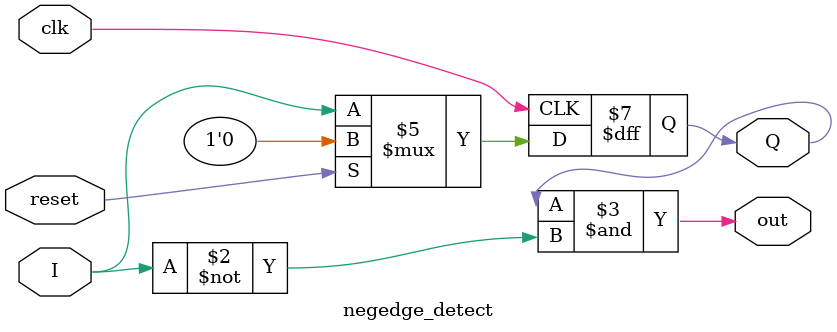
<source format=v>
`timescale 1ns / 1ps


module negedge_detect(
input clk,reset,I,
output reg Q,
output out );

always @(posedge clk)
begin
 if(reset)
  Q<=0;
 else
  Q<=I;
end
 
assign out = Q&~I;
endmodule

</source>
